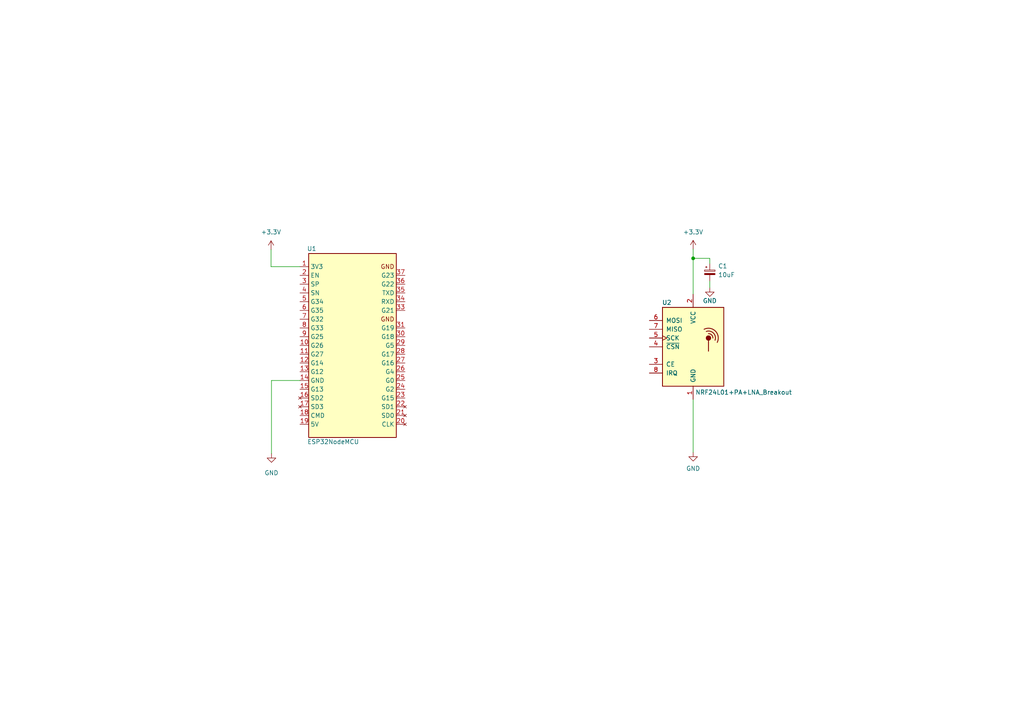
<source format=kicad_sch>
(kicad_sch (version 20211123) (generator eeschema)
  (paper "A4")
  (lib_symbols
    (symbol "Device:C_Polarized_Small" (pin_numbers hide) (pin_names (offset 0.254) hide)
      (property "Reference" "C" (at 0.254 1.778 0))
      (property "Value" "C_Polarized_Small" (at 0.254 -2.032 0))
      (symbol "C_Polarized_Small_0_1"
        (rectangle (start -1.524 -0.3048) (end 1.524 -0.6858) (fill (type outline)))
        (rectangle (start -1.524 0.6858) (end 1.524 0.3048))
        (polyline (pts (xy -1.27 1.524) (xy -0.762 1.524)))
        (polyline (pts (xy -1.016 1.27) (xy -1.016 1.778)))
      )
      (symbol "C_Polarized_Small_1_1"
        (pin passive line (at 0 2.54 270) (length 1.8542) (name "~") (number "1"))
        (pin passive line (at 0 -2.54 90) (length 1.8542) (name "~") (number "2"))
      )
    )
    (symbol "ESP32-NodeMCU_WROOM_32:ESP32NodeMCU"
      (property "Reference" "U" (at -11.43 27.94 0))
      (property "Value" "ESP32NodeMCU" (at 3.81 27.94 0))
      (symbol "ESP32NodeMCU_0_0"
        (text "GND" (at 11.43 7.62 0) (effects (font (size 1.27 1.27))))
        (text "GND" (at 11.43 22.86 0) (effects (font (size 1.27 1.27))))
      )
      (symbol "ESP32NodeMCU_0_1"
        (rectangle (start -11.43 26.67) (end 13.97 -26.67) (stroke (width 0.254)) (fill (type background)))
      )
      (symbol "ESP32NodeMCU_1_1"
        (pin power_in line (at -13.97 22.86 0) (length 2.54) (name "3V3") (number "1"))
        (pin bidirectional line (at -13.97 0 0) (length 2.54) (name "G26") (number "10"))
        (pin bidirectional line (at -13.97 -2.54 0) (length 2.54) (name "G27") (number "11"))
        (pin bidirectional line (at -13.97 -5.08 0) (length 2.54) (name "G14") (number "12"))
        (pin bidirectional line (at -13.97 -7.62 0) (length 2.54) (name "G12") (number "13"))
        (pin power_in line (at -13.97 -10.16 0) (length 2.54) (name "GND") (number "14"))
        (pin bidirectional line (at -13.97 -12.7 0) (length 2.54) (name "G13") (number "15"))
        (pin no_connect line (at -13.97 -15.24 0) (length 2.54) (name "SD2") (number "16"))
        (pin no_connect line (at -13.97 -17.78 0) (length 2.54) (name "SD3") (number "17"))
        (pin input line (at -13.97 -20.32 0) (length 2.54) (name "CMD") (number "18"))
        (pin power_in line (at -13.97 -22.86 0) (length 2.54) (name "5V") (number "19"))
        (pin input line (at -13.97 20.32 0) (length 2.54) (name "EN") (number "2"))
        (pin no_connect line (at 16.51 -22.86 180) (length 2.54) (name "CLK") (number "20"))
        (pin no_connect line (at 16.51 -20.32 180) (length 2.54) (name "SD0") (number "21"))
        (pin no_connect line (at 16.51 -17.78 180) (length 2.54) (name "SD1") (number "22"))
        (pin bidirectional line (at 16.51 -15.24 180) (length 2.54) (name "G15") (number "23"))
        (pin bidirectional line (at 16.51 -12.7 180) (length 2.54) (name "G2") (number "24"))
        (pin bidirectional line (at 16.51 -10.16 180) (length 2.54) (name "G0") (number "25"))
        (pin bidirectional line (at 16.51 -7.62 180) (length 2.54) (name "G4") (number "26"))
        (pin bidirectional line (at 16.51 -5.08 180) (length 2.54) (name "G16") (number "27"))
        (pin bidirectional line (at 16.51 -2.54 180) (length 2.54) (name "G17") (number "28"))
        (pin bidirectional line (at 16.51 0 180) (length 2.54) (name "G5") (number "29"))
        (pin bidirectional line (at -13.97 17.78 0) (length 2.54) (name "SP") (number "3"))
        (pin bidirectional line (at 16.51 2.54 180) (length 2.54) (name "G18") (number "30"))
        (pin bidirectional line (at 16.51 5.08 180) (length 2.54) (name "G19") (number "31"))
        (pin passive line (at -13.97 -10.16 0) (length 2.54) hide (name "GND") (number "32"))
        (pin bidirectional line (at 16.51 10.16 180) (length 2.54) (name "G21") (number "33"))
        (pin bidirectional line (at 16.51 12.7 180) (length 2.54) (name "RXD") (number "34"))
        (pin bidirectional line (at 16.51 15.24 180) (length 2.54) (name "TXD") (number "35"))
        (pin bidirectional line (at 16.51 17.78 180) (length 2.54) (name "G22") (number "36"))
        (pin bidirectional line (at 16.51 20.32 180) (length 2.54) (name "G23") (number "37"))
        (pin passive line (at -13.97 -10.16 0) (length 2.54) hide (name "GND") (number "38"))
        (pin bidirectional line (at -13.97 15.24 0) (length 2.54) (name "SN") (number "4"))
        (pin input line (at -13.97 12.7 0) (length 2.54) (name "G34") (number "5"))
        (pin input line (at -13.97 10.16 0) (length 2.54) (name "G35") (number "6"))
        (pin bidirectional line (at -13.97 7.62 0) (length 2.54) (name "G32") (number "7"))
        (pin bidirectional line (at -13.97 5.08 0) (length 2.54) (name "G33") (number "8"))
        (pin bidirectional line (at -13.97 2.54 0) (length 2.54) (name "G25") (number "9"))
      )
    )
    (symbol "nRF24L01+PA+LNA:NRF24L01+PA+LNA_Breakout" (pin_names (offset 1.016))
      (property "Reference" "U" (at -8.89 12.7 0))
      (property "Value" "NRF24L01+PA+LNA_Breakout" (at 3.81 12.7 0))
      (symbol "NRF24L01+PA+LNA_Breakout_0_1"
        (rectangle (start -8.89 11.43) (end 8.89 -11.43) (stroke (width 0.254)) (fill (type background)))
        (polyline (pts (xy 4.445 1.905) (xy 4.445 -1.27)) (stroke (width 0.254)))
        (circle (center 4.445 2.54) (radius 0.635) (stroke (width 0.254)) (fill (type outline)))
        (arc (start 5.715 2.54) (mid 5.3521 3.4546) (end 4.445 3.81) (stroke (width 0.254)))
        (arc (start 6.35 1.905) (mid 5.8763 3.9854) (end 3.81 4.445) (stroke (width 0.254)))
        (arc (start 6.985 1.27) (mid 6.453 4.548) (end 3.175 5.08) (stroke (width 0.254)))
      )
      (symbol "NRF24L01+PA+LNA_Breakout_1_1"
        (pin power_in line (at 0 -15.24 90) (length 3.81) (name "GND") (number "1"))
        (pin power_in line (at 0 15.24 270) (length 3.81) (name "VCC") (number "2"))
        (pin input line (at -12.7 -5.08 0) (length 3.81) (name "CE") (number "3"))
        (pin input line (at -12.7 0 0) (length 3.81) (name "~{CSN}") (number "4"))
        (pin input clock (at -12.7 2.54 0) (length 3.81) (name "SCK") (number "5"))
        (pin input line (at -12.7 7.62 0) (length 3.81) (name "MOSI") (number "6"))
        (pin output line (at -12.7 5.08 0) (length 3.81) (name "MISO") (number "7"))
        (pin output line (at -12.7 -7.62 0) (length 3.81) (name "IRQ") (number "8"))
      )
    )
    (symbol "power:+3.3V" (power) (pin_names (offset 0))
      (property "Value" "+3.3V" (at 0 3.556 0))
      (symbol "+3.3V_0_1"
        (polyline (pts (xy -0.762 1.27) (xy 0 2.54)))
        (polyline (pts (xy 0 0) (xy 0 2.54)))
        (polyline (pts (xy 0 2.54) (xy 0.762 1.27)))
      )
      (symbol "+3.3V_1_1"
        (pin power_in line (at 0 0 90) (length 0) hide (name "+3.3V") (number "1"))
      )
    )
    (symbol "power:GND" (power) (pin_names (offset 0))
      (property "Value" "GND" (at 0 -3.81 0))
      (symbol "GND_0_1"
        (polyline (pts (xy 0 0) (xy 0 -1.27) (xy 1.27 -1.27) (xy 0 -2.54) (xy -1.27 -1.27) (xy 0 -1.27)))
      )
      (symbol "GND_1_1"
        (pin power_in line (at 0 0 270) (length 0) hide (name "GND") (number "1"))
      )
    )
  )
  (junction (at 201.041 74.93))
  (wire (pts (xy 205.867 74.93) (xy 201.041 74.93)))
  (wire (pts (xy 78.74 110.363) (xy 86.995 110.363)))
  (wire (pts (xy 78.74 131.572) (xy 78.74 110.363)))
  (wire (pts (xy 205.867 76.454) (xy 205.867 74.93)))
  (wire (pts (xy 205.867 81.534) (xy 205.867 83.439)))
  (wire (pts (xy 78.613 72.39) (xy 78.613 77.343)))
  (wire (pts (xy 201.041 115.824) (xy 201.041 131.191)))
  (wire (pts (xy 201.041 85.344) (xy 201.041 74.93)))
  (wire (pts (xy 201.041 74.93) (xy 201.041 72.263)))
  (wire (pts (xy 78.613 77.343) (xy 86.995 77.343)))
  (symbol (lib_id "ESP32-NodeMCU_WROOM_32:ESP32NodeMCU") (at 100.965 100.203 0) (unit 1)
    (property "Reference" "U1" (at 90.424 72.136 0))
    (property "Value" "ESP32NodeMCU" (at 96.647 128.143 0))
    (property "Footprint" "ESP32-NodeMCU_WROOM_32:ESP32-NodeMCU_WROOM_32" (effects hide))
  )
  (symbol (lib_id "power:GND") (at 201.041 131.191 0) (unit 1)
    (property "Reference" "#PWR04" (effects hide))
    (property "Value" "GND" (at 201.041 135.89 0))
  )
  (symbol (lib_id "power:GND") (at 78.74 131.572 0) (unit 1)
    (property "Reference" "#PWR02" (effects hide))
    (property "Value" "GND" (at 78.74 137.16 0))
  )
  (symbol (lib_id "Device:C_Polarized_Small") (at 205.867 78.994 0) (unit 1)
    (property "Reference" "C1" (at 208.28 77.1778 0) (effects (justify left)))
    (property "Value" "10uF" (at 208.28 79.7178 0) (effects (justify left)))
    (property "Footprint" "Capacitor_THT:CP_Radial_D6.3mm_P2.50mm" (effects hide))
  )
  (symbol (lib_id "nRF24L01+PA+LNA:NRF24L01+PA+LNA_Breakout") (at 201.041 100.584 0) (unit 1)
    (property "Reference" "U2" (at 192.024 87.757 0) (effects (justify left)))
    (property "Value" "NRF24L01+PA+LNA_Breakout" (at 201.676 113.792 0) (effects (justify left)))
    (property "Footprint" "nRF24L01+PA+LNA_Breakout:nRF24L01+PA+LNA_Breakout" (effects hide))
    (property "Datasheet" "http://www.nordicsemi.com/eng/content/download/2730/34105/file/nRF24L01_Product_Specification_v2_0.pdf" (effects hide))
  )
  (symbol (lib_id "power:+3.3V") (at 78.613 72.39 0) (unit 1)
    (property "Reference" "#PWR01" (effects hide))
    (property "Value" "+3.3V" (at 78.613 67.31 0))
  )
  (symbol (lib_id "power:+3.3V") (at 201.041 72.263 0) (unit 1)
    (property "Reference" "#PWR03" (effects hide))
    (property "Value" "+3.3V" (at 201.041 67.31 0))
  )
  (symbol (lib_id "power:GND") (at 205.867 83.439 0) (unit 1)
    (property "Reference" "#PWR05" (effects hide))
    (property "Value" "GND" (at 205.867 87.249 0))
  )
)
</source>
